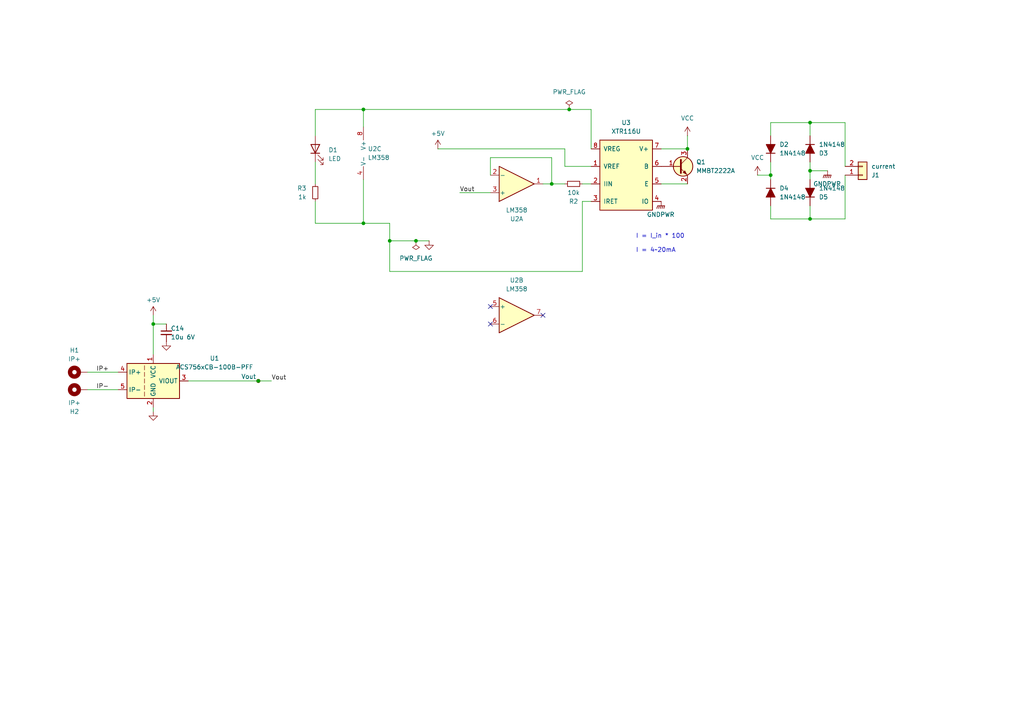
<source format=kicad_sch>
(kicad_sch (version 20231120) (generator "eeschema") (generator_version "8.0")
  (paper "A4")
  (title_block (title "INV_CurrentSense3") (date "2024-11-15") (rev "1.0") (company "NTURacing Team") (comment 1 "郭哲明 Jack Kuo") (comment 2 "Powertrain group"))
  (lib_symbols
    (symbol "Amplifier_Operational:LM358" (pin_names (offset 0.127))
      (property "Reference" "U" (at 0 5.08 0))
      (property "Value" "LM358" (at 0 -5.08 0))
      (symbol "LM358_1_1"
        (polyline (pts (xy -5.08 5.08) (xy 5.08 0) (xy -5.08 -5.08) (xy -5.08 5.08)) (stroke (width 0.254)) (fill (type background)))
        (pin output line (at 7.62 0 180) (length 2.54) (name "~") (number "1"))
        (pin input line (at -7.62 -2.54 0) (length 2.54) (name "-") (number "2"))
        (pin input line (at -7.62 2.54 0) (length 2.54) (name "+") (number "3"))
      )
      (symbol "LM358_2_1"
        (polyline (pts (xy -5.08 5.08) (xy 5.08 0) (xy -5.08 -5.08) (xy -5.08 5.08)) (stroke (width 0.254)) (fill (type background)))
        (pin input line (at -7.62 2.54 0) (length 2.54) (name "+") (number "5"))
        (pin input line (at -7.62 -2.54 0) (length 2.54) (name "-") (number "6"))
        (pin output line (at 7.62 0 180) (length 2.54) (name "~") (number "7"))
      )
      (symbol "LM358_3_1"
        (pin power_in line (at -2.54 -7.62 90) (length 3.81) (name "V-") (number "4"))
        (pin power_in line (at -2.54 7.62 270) (length 3.81) (name "V+") (number "8"))
      )
    )
    (symbol "Connector:TestPoint_Small" (pin_numbers hide) (pin_names (offset 0.762) hide)
      (property "Reference" "TP" (at 0 3.81 0))
      (property "Value" "TestPoint_Small" (at 0 2.032 0))
      (symbol "TestPoint_Small_0_1"
        (circle (center 0 0) (radius 0.508))
      )
      (symbol "TestPoint_Small_1_1"
        (pin passive line (at 0 0 90) (length 0) (name "1") (number "1"))
      )
    )
    (symbol "Device:C_Small" (pin_numbers hide) (pin_names (offset 0.254) hide)
      (property "Reference" "C" (at 0.254 1.778 0))
      (property "Value" "C_Small" (at 0.254 -2.032 0))
      (symbol "C_Small_0_1"
        (polyline (pts (xy -1.524 -0.508) (xy 1.524 -0.508)) (stroke (width 0.3302)))
        (polyline (pts (xy -1.524 0.508) (xy 1.524 0.508)) (stroke (width 0.3048)))
      )
      (symbol "C_Small_1_1"
        (pin passive line (at 0 2.54 270) (length 2.032) (name "~") (number "1"))
        (pin passive line (at 0 -2.54 90) (length 2.032) (name "~") (number "2"))
      )
    )
    (symbol "Device:LED" (pin_numbers hide) (pin_names (offset 1.016) hide)
      (property "Reference" "D" (at 0 2.54 0))
      (property "Value" "LED" (at 0 -2.54 0))
      (symbol "LED_0_1"
        (polyline (pts (xy -1.27 -1.27) (xy -1.27 1.27)) (stroke (width 0.254)))
        (polyline (pts (xy -1.27 0) (xy 1.27 0)))
        (polyline (pts (xy 1.27 -1.27) (xy 1.27 1.27) (xy -1.27 0) (xy 1.27 -1.27)) (stroke (width 0.254)))
        (polyline (pts (xy -3.048 -0.762) (xy -4.572 -2.286) (xy -3.81 -2.286) (xy -4.572 -2.286) (xy -4.572 -1.524)))
        (polyline (pts (xy -1.778 -0.762) (xy -3.302 -2.286) (xy -2.54 -2.286) (xy -3.302 -2.286) (xy -3.302 -1.524)))
      )
      (symbol "LED_1_1"
        (pin passive line (at -3.81 0 0) (length 2.54) (name "K") (number "1"))
        (pin passive line (at 3.81 0 180) (length 2.54) (name "A") (number "2"))
      )
    )
    (symbol "Device:R_Small" (pin_numbers hide) (pin_names (offset 0.254) hide)
      (property "Reference" "R" (at 0.762 0.508 0))
      (property "Value" "R_Small" (at 0.762 -1.016 0))
      (symbol "R_Small_0_1"
        (rectangle (start -0.762 1.778) (end 0.762 -1.778) (stroke (width 0.2032)))
      )
      (symbol "R_Small_1_1"
        (pin passive line (at 0 2.54 270) (length 0.762) (name "~") (number "1"))
        (pin passive line (at 0 -2.54 90) (length 0.762) (name "~") (number "2"))
      )
    )
    (symbol "Interface_CurrentLoop:XTR116U" (pin_names (offset 1.016))
      (property "Reference" "U" (at -7.62 13.97 0))
      (property "Value" "XTR116U" (at 1.27 13.97 0))
      (symbol "XTR116U_0_1"
        (rectangle (start -7.62 12.7) (end 7.62 -7.62) (stroke (width 0.254)) (fill (type background)))
      )
      (symbol "XTR116U_1_1"
        (pin output line (at -10.16 5.08 0) (length 2.54) (name "VREF") (number "1"))
        (pin input line (at -10.16 0 0) (length 2.54) (name "IIN") (number "2"))
        (pin input line (at -10.16 -5.08 0) (length 2.54) (name "IRET") (number "3"))
        (pin passive line (at 10.16 -5.08 180) (length 2.54) (name "IO") (number "4"))
        (pin passive line (at 10.16 0 180) (length 2.54) (name "E") (number "5"))
        (pin output line (at 10.16 5.08 180) (length 2.54) (name "B") (number "6"))
        (pin output line (at 10.16 10.16 180) (length 2.54) (name "V+") (number "7"))
        (pin output line (at -10.16 10.16 0) (length 2.54) (name "VREG") (number "8"))
      )
    )
    (symbol "Mechanical:MountingHole_Pad" (pin_numbers hide) (pin_names (offset 1.016) hide) (exclude_from_sim yes) (in_bom no)
      (property "Reference" "H" (at 0 6.35 0))
      (property "Value" "MountingHole_Pad" (at 0 4.445 0))
      (symbol "MountingHole_Pad_0_1"
        (circle (center 0 1.27) (radius 1.27) (stroke (width 1.27)))
      )
      (symbol "MountingHole_Pad_1_1"
        (pin input line (at 0 -2.54 90) (length 2.54) (name "1") (number "1"))
      )
    )
    (symbol "PCM_4ms_Connector:Conn_01x02" (pin_names (offset 1.016) hide)
      (property "Reference" "J" (at 0 2.54 0))
      (property "Value" "Conn_01x02" (at 0 -5.08 0))
      (symbol "Conn_01x02_1_1"
        (rectangle (start -1.27 -2.413) (end 0 -2.667) (stroke (width 0.1524)))
        (rectangle (start -1.27 0.127) (end 0 -0.127) (stroke (width 0.1524)))
        (rectangle (start -1.27 1.27) (end 1.27 -3.81) (stroke (width 0.254)) (fill (type background)))
        (pin passive line (at -5.08 0 0) (length 3.81) (name "Pin_1") (number "1"))
        (pin passive line (at -5.08 -2.54 0) (length 3.81) (name "Pin_2") (number "2"))
      )
    )
    (symbol "PCM_Diode_AKL:1N4148" (pin_numbers hide) (pin_names (offset 1.016) hide)
      (property "Reference" "D" (at 0 5.08 0))
      (property "Value" "1N4148" (at 0 2.54 0))
      (symbol "1N4148_0_1"
        (polyline (pts (xy -1.27 0) (xy 1.27 0)))
        (polyline (pts (xy 1.27 1.27) (xy 1.27 -1.27)) (stroke (width 0.254)))
        (polyline (pts (xy -1.27 1.27) (xy -1.27 -1.27) (xy 1.27 0) (xy -1.27 1.27)) (stroke (width 0.254)) (fill (type outline)))
      )
      (symbol "1N4148_0_2"
        (polyline (pts (xy -2.54 -2.54) (xy 2.54 2.54)))
        (polyline (pts (xy 0 1.778) (xy 1.778 0)) (stroke (width 0.254)))
        (polyline (pts (xy -0.889 -0.889) (xy -1.778 0) (xy 0.889 0.889) (xy 0 -1.778) (xy -0.889 -0.889)) (stroke (width 0.254)) (fill (type outline)))
      )
      (symbol "1N4148_1_1"
        (pin passive line (at 3.81 0 180) (length 2.54) (name "K") (number "1"))
        (pin passive line (at -3.81 0 0) (length 2.54) (name "A") (number "2"))
      )
      (symbol "1N4148_1_2"
        (pin passive line (at 2.54 2.54 180) (length 0) (name "K") (number "1"))
        (pin passive line (at -2.54 -2.54 0) (length 0) (name "A") (number "2"))
      )
    )
    (symbol "PCM_Transistor_BJT_AKL:MMBT2222A" (pin_names hide)
      (property "Reference" "Q" (at 5.08 1.27 0))
      (property "Value" "MMBT2222A" (at 5.08 -1.27 0))
      (symbol "MMBT2222A_0_1"
        (polyline (pts (xy 0.635 0.635) (xy 2.54 2.54)))
        (polyline (pts (xy 0.635 -0.635) (xy 2.54 -2.54) (xy 2.54 -2.54)))
        (polyline (pts (xy 0.635 1.905) (xy 0.635 -1.905) (xy 0.635 -1.905)) (stroke (width 0.508)))
        (polyline (pts (xy 1.27 -1.778) (xy 1.778 -1.27) (xy 2.286 -2.286) (xy 1.27 -1.778) (xy 1.27 -1.778)) (fill (type outline)))
        (circle (center 1.27 0) (radius 2.8194) (stroke (width 0.254)) (fill (type background)))
      )
      (symbol "MMBT2222A_1_1"
        (pin input line (at -5.08 0 0) (length 5.715) (name "B") (number "1"))
        (pin passive line (at 2.54 -5.08 90) (length 2.54) (name "E") (number "2"))
        (pin passive line (at 2.54 5.08 270) (length 2.54) (name "C") (number "3"))
      )
    )
    (symbol "Sensor_Current:ACS756xCB-100B-PFF"
      (property "Reference" "U" (at -7.62 6.35 0))
      (property "Value" "ACS756xCB-100B-PFF" (at 2.54 6.35 0))
      (symbol "ACS756xCB-100B-PFF_0_1"
        (rectangle (start -7.62 5.08) (end 7.62 -5.08) (stroke (width 0.254)) (fill (type background)))
        (polyline (pts (xy -2.54 -3.175) (xy -2.54 -4.445)))
        (polyline (pts (xy -2.54 -1.27) (xy -2.54 -2.54)))
        (polyline (pts (xy -2.54 0.635) (xy -2.54 -0.635)))
        (polyline (pts (xy -2.54 1.27) (xy -2.54 2.54)))
        (polyline (pts (xy -2.54 3.175) (xy -2.54 4.445)))
      )
      (symbol "ACS756xCB-100B-PFF_1_1"
        (pin power_in line (at 0 7.62 270) (length 2.54) (name "VCC") (number "1"))
        (pin power_in line (at 0 -7.62 90) (length 2.54) (name "GND") (number "2"))
        (pin output line (at 10.16 0 180) (length 2.54) (name "VIOUT") (number "3"))
        (pin passive line (at -10.16 2.54 0) (length 2.54) (name "IP+") (number "4"))
        (pin passive line (at -10.16 -2.54 0) (length 2.54) (name "IP-") (number "5"))
      )
    )
    (symbol "power:+5V" (power) (pin_numbers hide) (pin_names (offset 0) hide)
      (property "Value" "+5V" (at 0 3.556 0))
      (symbol "+5V_0_1"
        (polyline (pts (xy -0.762 1.27) (xy 0 2.54)))
        (polyline (pts (xy 0 0) (xy 0 2.54)))
        (polyline (pts (xy 0 2.54) (xy 0.762 1.27)))
      )
      (symbol "+5V_1_1"
        (pin power_in line (at 0 0 90) (length 0) (name "~") (number "1"))
      )
    )
    (symbol "power:GND" (power) (pin_numbers hide) (pin_names (offset 0) hide)
      (property "Value" "GND" (at 0 -3.81 0))
      (symbol "GND_0_1"
        (polyline (pts (xy 0 0) (xy 0 -1.27) (xy 1.27 -1.27) (xy 0 -2.54) (xy -1.27 -1.27) (xy 0 -1.27)))
      )
      (symbol "GND_1_1"
        (pin power_in line (at 0 0 270) (length 0) (name "~") (number "1"))
      )
    )
    (symbol "power:GNDPWR" (power) (pin_numbers hide) (pin_names (offset 0) hide)
      (property "Value" "GNDPWR" (at 0 -3.302 0))
      (symbol "GNDPWR_0_1"
        (polyline (pts (xy 0 -1.27) (xy 0 0)))
        (polyline (pts (xy -1.016 -1.27) (xy -1.27 -2.032) (xy -1.27 -2.032)) (stroke (width 0.2032)))
        (polyline (pts (xy -0.508 -1.27) (xy -0.762 -2.032) (xy -0.762 -2.032)) (stroke (width 0.2032)))
        (polyline (pts (xy 0 -1.27) (xy -0.254 -2.032) (xy -0.254 -2.032)) (stroke (width 0.2032)))
        (polyline (pts (xy 0.508 -1.27) (xy 0.254 -2.032) (xy 0.254 -2.032)) (stroke (width 0.2032)))
        (polyline (pts (xy 1.016 -1.27) (xy -1.016 -1.27) (xy -1.016 -1.27)) (stroke (width 0.2032)))
        (polyline (pts (xy 1.016 -1.27) (xy 0.762 -2.032) (xy 0.762 -2.032) (xy 0.762 -2.032)) (stroke (width 0.2032)))
      )
      (symbol "GNDPWR_1_1"
        (pin power_in line (at 0 0 270) (length 0) (name "~") (number "1"))
      )
    )
    (symbol "power:PWR_FLAG" (power) (pin_numbers hide) (pin_names (offset 0) hide)
      (property "Value" "PWR_FLAG" (at 0 3.81 0))
      (symbol "PWR_FLAG_0_0"
        (pin power_out line (at 0 0 90) (length 0) (name "~") (number "1"))
      )
      (symbol "PWR_FLAG_0_1"
        (polyline (pts (xy 0 0) (xy 0 1.27) (xy -1.016 1.905) (xy 0 2.54) (xy 1.016 1.905) (xy 0 1.27)))
      )
    )
    (symbol "power:VCC" (power) (pin_numbers hide) (pin_names (offset 0) hide)
      (property "Value" "VCC" (at 0 3.556 0))
      (symbol "VCC_0_1"
        (polyline (pts (xy -0.762 1.27) (xy 0 2.54)))
        (polyline (pts (xy 0 0) (xy 0 2.54)))
        (polyline (pts (xy 0 2.54) (xy 0.762 1.27)))
      )
      (symbol "VCC_1_1"
        (pin power_in line (at 0 0 90) (length 0) (name "~") (number "1"))
      )
    )
  )
  (junction (at 113.03 69.85))
  (junction (at 44.45 93.98))
  (junction (at 105.41 31.75))
  (junction (at 74.93 110.49))
  (junction (at 223.52 50.8))
  (junction (at 165.1 31.75))
  (junction (at 234.95 35.56))
  (junction (at 234.95 63.5))
  (junction (at 199.39 43.18))
  (junction (at 234.95 49.53))
  (junction (at 120.65 69.85))
  (junction (at 160.02 53.34))
  (junction (at 105.41 64.77))
  (no_connect (at 142.24 93.98))
  (no_connect (at 157.48 91.44))
  (no_connect (at 142.24 88.9))
  (wire (pts (xy 245.11 48.26) (xy 245.11 35.56)))
  (wire (pts (xy 168.91 78.74) (xy 113.03 78.74)))
  (wire (pts (xy 127 43.18) (xy 163.83 43.18)))
  (wire (pts (xy 199.39 43.18) (xy 191.77 43.18)))
  (wire (pts (xy 91.44 31.75) (xy 105.41 31.75)))
  (wire (pts (xy 120.65 69.85) (xy 124.46 69.85)))
  (wire (pts (xy 223.52 46.99) (xy 223.52 50.8)))
  (wire (pts (xy 25.4 113.03) (xy 34.29 113.03)))
  (wire (pts (xy 91.44 64.77) (xy 105.41 64.77)))
  (wire (pts (xy 163.83 43.18) (xy 163.83 48.26)))
  (wire (pts (xy 142.24 50.8) (xy 142.24 45.72)))
  (wire (pts (xy 91.44 53.34) (xy 91.44 46.99)))
  (wire (pts (xy 171.45 31.75) (xy 165.1 31.75)))
  (wire (pts (xy 113.03 69.85) (xy 113.03 64.77)))
  (wire (pts (xy 219.71 50.8) (xy 223.52 50.8)))
  (wire (pts (xy 163.83 48.26) (xy 171.45 48.26)))
  (wire (pts (xy 105.41 64.77) (xy 113.03 64.77)))
  (wire (pts (xy 223.52 35.56) (xy 234.95 35.56)))
  (wire (pts (xy 44.45 93.98) (xy 44.45 102.87)))
  (wire (pts (xy 78.74 110.49) (xy 74.93 110.49)))
  (wire (pts (xy 160.02 45.72) (xy 160.02 53.34)))
  (wire (pts (xy 240.03 49.53) (xy 234.95 49.53)))
  (wire (pts (xy 44.45 119.38) (xy 44.45 118.11)))
  (wire (pts (xy 54.61 110.49) (xy 74.93 110.49)))
  (wire (pts (xy 44.45 91.44) (xy 44.45 93.98)))
  (wire (pts (xy 91.44 64.77) (xy 91.44 58.42)))
  (wire (pts (xy 245.11 63.5) (xy 234.95 63.5)))
  (wire (pts (xy 91.44 39.37) (xy 91.44 31.75)))
  (wire (pts (xy 113.03 78.74) (xy 113.03 69.85)))
  (wire (pts (xy 199.39 39.37) (xy 199.39 43.18)))
  (wire (pts (xy 157.48 53.34) (xy 160.02 53.34)))
  (wire (pts (xy 25.4 107.95) (xy 34.29 107.95)))
  (wire (pts (xy 105.41 31.75) (xy 105.41 36.83)))
  (wire (pts (xy 223.52 50.8) (xy 223.52 52.07)))
  (wire (pts (xy 245.11 35.56) (xy 234.95 35.56)))
  (wire (pts (xy 223.52 63.5) (xy 223.52 59.69)))
  (wire (pts (xy 168.91 58.42) (xy 168.91 78.74)))
  (wire (pts (xy 234.95 46.99) (xy 234.95 49.53)))
  (wire (pts (xy 160.02 53.34) (xy 163.83 53.34)))
  (wire (pts (xy 245.11 50.8) (xy 245.11 63.5)))
  (wire (pts (xy 234.95 63.5) (xy 223.52 63.5)))
  (wire (pts (xy 168.91 53.34) (xy 171.45 53.34)))
  (wire (pts (xy 105.41 52.07) (xy 105.41 64.77)))
  (wire (pts (xy 234.95 49.53) (xy 234.95 52.07)))
  (wire (pts (xy 113.03 69.85) (xy 120.65 69.85)))
  (wire (pts (xy 165.1 31.75) (xy 105.41 31.75)))
  (wire (pts (xy 133.35 55.88) (xy 142.24 55.88)))
  (wire (pts (xy 234.95 35.56) (xy 234.95 39.37)))
  (wire (pts (xy 168.91 58.42) (xy 171.45 58.42)))
  (wire (pts (xy 234.95 59.69) (xy 234.95 63.5)))
  (wire (pts (xy 223.52 35.56) (xy 223.52 39.37)))
  (wire (pts (xy 142.24 45.72) (xy 160.02 45.72)))
  (wire (pts (xy 171.45 43.18) (xy 171.45 31.75)))
  (wire (pts (xy 44.45 93.98) (xy 48.26 93.98)))
  (wire (pts (xy 191.77 53.34) (xy 199.39 53.34)))
  (text "I = I_in * 100\n\nI = 4~20mA\n" (at 184.404 67.818 0) (effects (font (size 1.27 1.27)) (justify left top)))
  (label "IP+" (at 27.94 107.95 0))
  (label "Vout" (at 133.35 55.88 0))
  (label "Vout" (at 78.74 110.49 0))
  (label "IP-" (at 27.94 113.03 0))
  (symbol (lib_id "power:+5V") (at 44.45 91.44 0) (unit 1)
    (property "Reference" "#PWR015" (effects (hide yes)))
    (property "Value" "+5V" (at 44.45 86.995 0))
    (property "Description" "Power symbol creates a global label with name \"+5V\"" (effects (hide yes)))
  )
  (symbol (lib_id "Device:R_Small") (at 166.37 53.34 90) (mirror x) (unit 1)
    (property "Reference" "R2" (at 166.37 58.42 90))
    (property "Value" "10k" (at 166.37 55.88 90))
    (property "Footprint" "Resistor_SMD:R_0402_1005Metric" (effects (hide yes)))
    (property "Description" "Resistor, small symbol" (effects (hide yes)))
  )
  (symbol (lib_id "PCM_Diode_AKL:1N4148") (at 234.95 55.88 90) (mirror x) (unit 1)
    (property "Reference" "D5" (at 237.49 57.1501 90) (effects (justify right)))
    (property "Value" "1N4148" (at 237.49 54.6101 90) (effects (justify right)))
    (property "Footprint" "Diode_SMD:D_SOD-323" (effects (hide yes)))
    (property "Datasheet" "https://datasheet.octopart.com/1N4148TR-ON-Semiconductor-datasheet-42765246.pdf" (effects (hide yes)))
    (property "Description" "DO-35 Diode, Small Signal, Fast Switching, 75V, 150mA, 4ns, Alternate KiCad Library" (effects (hide yes)))
  )
  (symbol (lib_id "power:VCC") (at 219.71 50.8 0) (unit 1)
    (property "Reference" "#PWR03" (effects (hide yes)))
    (property "Value" "VCC" (at 219.71 45.72 0))
    (property "Description" "Power symbol creates a global label with name \"VCC\"" (effects (hide yes)))
  )
  (symbol (lib_id "Mechanical:MountingHole_Pad") (at 22.86 113.03 90) (mirror x) (unit 1) (exclude_from_sim yes) (in_bom no)
    (property "Reference" "H2" (at 21.59 119.38 90))
    (property "Value" "IP+" (at 21.59 116.84 90))
    (property "Footprint" "MountingHole:MountingHole_5.5mm_Pad_Via" (effects (hide yes)))
    (property "Description" "Mounting Hole with connection" (effects (hide yes)))
  )
  (symbol (lib_id "power:GNDPWR") (at 240.03 49.53 0) (unit 1)
    (property "Reference" "#PWR02" (effects (hide yes)))
    (property "Value" "GNDPWR" (at 239.903 53.34 0))
    (property "Description" "Power symbol creates a global label with name \"GNDPWR\" , global ground" (effects (hide yes)))
  )
  (symbol (lib_id "Amplifier_Operational:LM358") (at 149.86 53.34 0) (mirror x) (unit 1)
    (property "Reference" "U2" (at 149.86 63.5 0))
    (property "Value" "LM358" (at 149.86 60.96 0))
    (property "Footprint" "Package_SO:SOIC-8_3.9x4.9mm_P1.27mm" (effects (hide yes)))
    (property "Datasheet" "http://www.ti.com/lit/ds/symlink/lm2904-n.pdf" (effects (hide yes)))
    (property "Description" "Low-Power, Dual Operational Amplifiers, DIP-8/SOIC-8/TO-99-8" (effects (hide yes)))
  )
  (symbol (lib_id "power:GND") (at 48.26 99.06 0) (unit 1)
    (property "Reference" "#PWR029" (effects (hide yes)))
    (property "Value" "GND" (effects (hide yes)))
    (property "Description" "Power symbol creates a global label with name \"GND\" , ground" (effects (hide yes)))
  )
  (symbol (lib_id "PCM_Diode_AKL:1N4148") (at 223.52 55.88 90) (unit 1)
    (property "Reference" "D4" (at 226.06 54.6099 90) (effects (justify right)))
    (property "Value" "1N4148" (at 226.06 57.1499 90) (effects (justify right)))
    (property "Footprint" "Diode_SMD:D_SOD-323" (effects (hide yes)))
    (property "Datasheet" "https://datasheet.octopart.com/1N4148TR-ON-Semiconductor-datasheet-42765246.pdf" (effects (hide yes)))
    (property "Description" "DO-35 Diode, Small Signal, Fast Switching, 75V, 150mA, 4ns, Alternate KiCad Library" (effects (hide yes)))
  )
  (symbol (lib_id "PCM_Transistor_BJT_AKL:MMBT2222A") (at 196.85 48.26 0) (unit 1)
    (property "Reference" "Q1" (at 201.93 46.9899 0) (effects (justify left)))
    (property "Value" "MMBT2222A" (at 201.93 49.5299 0) (effects (justify left)))
    (property "Footprint" "PCM_Package_TO_SOT_SMD_AKL:SOT-23" (effects (hide yes)))
    (property "Datasheet" "https://www.tme.eu/Document/fd53f7282772c4b53c43aa6dcf874bac/mmbt2222.pdf" (effects (hide yes)))
    (property "Description" "NPN SOT-23 transistor, 40V, 600mA, 225mW, Alternate KiCAD Library" (effects (hide yes)))
  )
  (symbol (lib_id "Mechanical:MountingHole_Pad") (at 22.86 107.95 90) (unit 1) (exclude_from_sim yes) (in_bom no)
    (property "Reference" "H1" (at 21.59 101.6 90))
    (property "Value" "IP+" (at 21.59 104.14 90))
    (property "Footprint" "MountingHole:MountingHole_5.5mm_Pad_Via" (effects (hide yes)))
    (property "Description" "Mounting Hole with connection" (effects (hide yes)))
  )
  (symbol (lib_id "Connector:TestPoint_Small") (at 74.93 110.49 0) (unit 1)
    (property "Reference" "TP1" (effects (hide yes)))
    (property "Value" "Vout" (at 74.295 109.22 0) (effects (justify right)))
    (property "Footprint" "TestPoint:TestPoint_THTPad_D1.0mm_Drill0.5mm" (effects (hide yes)))
    (property "Description" "test point" (effects (hide yes)))
  )
  (symbol (lib_id "Amplifier_Operational:LM358") (at 149.86 91.44 0) (unit 2)
    (property "Reference" "U2" (at 149.86 81.28 0))
    (property "Value" "LM358" (at 149.86 83.82 0))
    (property "Footprint" "Package_SO:SOIC-8_3.9x4.9mm_P1.27mm" (effects (hide yes)))
    (property "Datasheet" "http://www.ti.com/lit/ds/symlink/lm2904-n.pdf" (effects (hide yes)))
    (property "Description" "Low-Power, Dual Operational Amplifiers, DIP-8/SOIC-8/TO-99-8" (effects (hide yes)))
  )
  (symbol (lib_id "PCM_Diode_AKL:1N4148") (at 223.52 43.18 270) (unit 1)
    (property "Reference" "D2" (at 226.06 41.9099 90) (effects (justify left)))
    (property "Value" "1N4148" (at 226.06 44.4499 90) (effects (justify left)))
    (property "Footprint" "Diode_SMD:D_SOD-323" (effects (hide yes)))
    (property "Datasheet" "https://datasheet.octopart.com/1N4148TR-ON-Semiconductor-datasheet-42765246.pdf" (effects (hide yes)))
    (property "Description" "DO-35 Diode, Small Signal, Fast Switching, 75V, 150mA, 4ns, Alternate KiCad Library" (effects (hide yes)))
  )
  (symbol (lib_id "Device:LED") (at 91.44 43.18 90) (unit 1)
    (property "Reference" "D1" (at 95.25 43.4974 90) (effects (justify right)))
    (property "Value" "LED" (at 95.25 46.0374 90) (effects (justify right)))
    (property "Footprint" "LED_SMD:LED_0603_1608Metric" (effects (hide yes)))
    (property "Description" "Light emitting diode" (effects (hide yes)))
  )
  (symbol (lib_id "PCM_Diode_AKL:1N4148") (at 234.95 43.18 270) (mirror x) (unit 1)
    (property "Reference" "D3" (at 237.49 44.4501 90) (effects (justify left)))
    (property "Value" "1N4148" (at 237.49 41.9101 90) (effects (justify left)))
    (property "Footprint" "Diode_SMD:D_SOD-323" (effects (hide yes)))
    (property "Datasheet" "https://datasheet.octopart.com/1N4148TR-ON-Semiconductor-datasheet-42765246.pdf" (effects (hide yes)))
    (property "Description" "DO-35 Diode, Small Signal, Fast Switching, 75V, 150mA, 4ns, Alternate KiCad Library" (effects (hide yes)))
  )
  (symbol (lib_id "power:PWR_FLAG") (at 120.65 69.85 0) (mirror x) (unit 1)
    (property "Reference" "#FLG02" (effects (hide yes)))
    (property "Value" "PWR_FLAG" (at 120.65 74.93 0))
    (property "Description" "Special symbol for telling ERC where power comes from" (effects (hide yes)))
  )
  (symbol (lib_id "power:GNDPWR") (at 191.77 58.42 0) (unit 1)
    (property "Reference" "#PWR04" (effects (hide yes)))
    (property "Value" "GNDPWR" (at 191.643 62.23 0))
    (property "Description" "Power symbol creates a global label with name \"GNDPWR\" , global ground" (effects (hide yes)))
  )
  (symbol (lib_id "Device:R_Small") (at 91.44 55.88 0) (mirror y) (unit 1)
    (property "Reference" "R3" (at 88.9 54.6099 0) (effects (justify left)))
    (property "Value" "1k" (at 88.9 57.1499 0) (effects (justify left)))
    (property "Footprint" "Resistor_SMD:R_0402_1005Metric" (effects (hide yes)))
    (property "Description" "Resistor, small symbol" (effects (hide yes)))
  )
  (symbol (lib_id "power:PWR_FLAG") (at 165.1 31.75 0) (unit 1)
    (property "Reference" "#FLG01" (effects (hide yes)))
    (property "Value" "PWR_FLAG" (at 165.1 26.67 0))
    (property "Description" "Special symbol for telling ERC where power comes from" (effects (hide yes)))
  )
  (symbol (lib_id "power:GND") (at 44.45 119.38 0) (unit 1)
    (property "Reference" "#PWR016" (effects (hide yes)))
    (property "Value" "GND" (effects (hide yes)))
    (property "Description" "Power symbol creates a global label with name \"GND\" , ground" (effects (hide yes)))
  )
  (symbol (lib_id "power:VCC") (at 199.39 39.37 0) (unit 1)
    (property "Reference" "#PWR01" (effects (hide yes)))
    (property "Value" "VCC" (at 199.39 34.29 0))
    (property "Description" "Power symbol creates a global label with name \"VCC\"" (effects (hide yes)))
  )
  (symbol (lib_id "Device:C_Small") (at 48.26 96.52 0) (unit 1)
    (property "Reference" "C14" (at 49.53 95.25 0) (effects (justify left)))
    (property "Value" "10u 6V" (at 49.53 97.79 0) (effects (justify left)))
    (property "Footprint" "Capacitor_SMD:C_0402_1005Metric" (effects (hide yes)))
    (property "Description" "Unpolarized capacitor, small symbol" (effects (hide yes)))
  )
  (symbol (lib_id "power:GND") (at 124.46 69.85 0) (unit 1)
    (property "Reference" "#PWR06" (effects (hide yes)))
    (property "Value" "GND" (effects (hide yes)))
    (property "Description" "Power symbol creates a global label with name \"GND\" , ground" (effects (hide yes)))
  )
  (symbol (lib_id "Sensor_Current:ACS756xCB-100B-PFF") (at 44.45 110.49 0) (unit 1)
    (property "Reference" "U1" (at 62.23 103.9327 0))
    (property "Value" "ACS756xCB-100B-PFF" (at 62.23 106.4727 0))
    (property "Footprint" "nturt_kicad_lib_EP6:Allegro_CB_PFF" (effects (hide yes)))
    (property "Datasheet" "http://www.allegromicro.com/~/media/Files/Datasheets/ACS756-Datasheet.ashx?la=en" (effects (hide yes)))
    (property "Description" "±100A Bidirectional Hall-Effect Current Sensor, +5.0V supply, 20mV/A, CB-5 PFF" (effects (hide yes)))
  )
  (symbol (lib_id "Amplifier_Operational:LM358") (at 107.95 44.45 0) (unit 3)
    (property "Reference" "U2" (at 106.68 43.1799 0) (effects (justify left)))
    (property "Value" "LM358" (at 106.68 45.7199 0) (effects (justify left)))
    (property "Footprint" "Package_SO:SOIC-8_3.9x4.9mm_P1.27mm" (effects (hide yes)))
    (property "Datasheet" "http://www.ti.com/lit/ds/symlink/lm2904-n.pdf" (effects (hide yes)))
    (property "Description" "Low-Power, Dual Operational Amplifiers, DIP-8/SOIC-8/TO-99-8" (effects (hide yes)))
  )
  (symbol (lib_id "Interface_CurrentLoop:XTR116U") (at 181.61 53.34 0) (unit 1)
    (property "Reference" "U3" (at 181.61 35.56 0))
    (property "Value" "XTR116U" (at 181.61 38.1 0))
    (property "Footprint" "Package_SO:SOIC-8_3.9x4.9mm_P1.27mm" (effects (hide yes)))
    (property "Datasheet" "http://www.ti.com/lit/ds/symlink/xtr115.pdf" (effects (hide yes)))
    (property "Description" "4-20mA Current Loop Transmitter, VREF 4.096V, SO-8" (effects (hide yes)))
  )
  (symbol (lib_id "PCM_4ms_Connector:Conn_01x02") (at 250.19 50.8 0) (mirror x) (unit 1)
    (property "Reference" "J1" (at 252.73 50.8001 0) (effects (justify left)))
    (property "Value" "current" (at 252.73 48.2601 0) (effects (justify left)))
    (property "Footprint" "Connector_JST:JST_XH_S2B-XH-A_1x02_P2.50mm_Horizontal" (effects (hide yes)))
    (property "Description" "HEADER 1x2 MALE PINS 0.100” 180deg" (effects (hide yes)))
    (property "Specifications" "Pins_01x02, Header, Male Pins, 1*2, spacing 2.54mm, straight pin" (effects (hide yes)))
    (property "Manufacturer" "TAD" (effects (hide yes)))
    (property "Part Number" "1-0201FBV0T" (effects (hide yes)))
  )
  (symbol (lib_id "power:+5V") (at 127 43.18 0) (unit 1)
    (property "Reference" "#PWR05" (effects (hide yes)))
    (property "Value" "+5V" (at 127 38.735 0))
    (property "Description" "Power symbol creates a global label with name \"+5V\"" (effects (hide yes)))
  )
)
</source>
